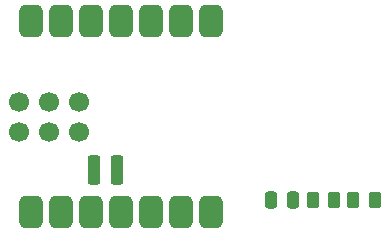
<source format=gtp>
%TF.GenerationSoftware,KiCad,Pcbnew,9.0.6*%
%TF.CreationDate,2025-11-11T11:50:19+01:00*%
%TF.ProjectId,tankuhr,74616e6b-7568-4722-9e6b-696361645f70,rev?*%
%TF.SameCoordinates,Original*%
%TF.FileFunction,Paste,Top*%
%TF.FilePolarity,Positive*%
%FSLAX46Y46*%
G04 Gerber Fmt 4.6, Leading zero omitted, Abs format (unit mm)*
G04 Created by KiCad (PCBNEW 9.0.6) date 2025-11-11 11:50:19*
%MOMM*%
%LPD*%
G01*
G04 APERTURE LIST*
G04 Aperture macros list*
%AMRoundRect*
0 Rectangle with rounded corners*
0 $1 Rounding radius*
0 $2 $3 $4 $5 $6 $7 $8 $9 X,Y pos of 4 corners*
0 Add a 4 corners polygon primitive as box body*
4,1,4,$2,$3,$4,$5,$6,$7,$8,$9,$2,$3,0*
0 Add four circle primitives for the rounded corners*
1,1,$1+$1,$2,$3*
1,1,$1+$1,$4,$5*
1,1,$1+$1,$6,$7*
1,1,$1+$1,$8,$9*
0 Add four rect primitives between the rounded corners*
20,1,$1+$1,$2,$3,$4,$5,0*
20,1,$1+$1,$4,$5,$6,$7,0*
20,1,$1+$1,$6,$7,$8,$9,0*
20,1,$1+$1,$8,$9,$2,$3,0*%
G04 Aperture macros list end*
%ADD10RoundRect,0.250000X-0.262500X-0.450000X0.262500X-0.450000X0.262500X0.450000X-0.262500X0.450000X0*%
%ADD11RoundRect,0.250000X0.262500X0.450000X-0.262500X0.450000X-0.262500X-0.450000X0.262500X-0.450000X0*%
%ADD12RoundRect,0.250000X0.250000X0.475000X-0.250000X0.475000X-0.250000X-0.475000X0.250000X-0.475000X0*%
%ADD13RoundRect,0.500000X0.500000X-0.875000X0.500000X0.875000X-0.500000X0.875000X-0.500000X-0.875000X0*%
%ADD14RoundRect,0.275000X-0.275000X0.975000X-0.275000X-0.975000X0.275000X-0.975000X0.275000X0.975000X0*%
%ADD15C,1.700000*%
G04 APERTURE END LIST*
D10*
%TO.C,R1*%
X61675000Y-67000000D03*
X63500000Y-67000000D03*
%TD*%
D11*
%TO.C,R2*%
X60087500Y-66950000D03*
X58262500Y-66950000D03*
%TD*%
D12*
%TO.C,C1*%
X56587500Y-66950000D03*
X54687500Y-66950000D03*
%TD*%
D13*
%TO.C,U2*%
X34420000Y-68000000D03*
X36960000Y-68000000D03*
X39500000Y-68000000D03*
X42040000Y-68000000D03*
X44580000Y-68000000D03*
X47120000Y-68000000D03*
X49660000Y-68000000D03*
X49660000Y-51835000D03*
X47120000Y-51835000D03*
X44580000Y-51835000D03*
X42040000Y-51835000D03*
X39500000Y-51835000D03*
X36960000Y-51835000D03*
X34420000Y-51835000D03*
D14*
X41658000Y-64390000D03*
X39753000Y-64390000D03*
D15*
X33408000Y-61215000D03*
X33408000Y-58675000D03*
X35948000Y-61215000D03*
X35948000Y-58675000D03*
X38488000Y-61215000D03*
X38488000Y-58675000D03*
%TD*%
M02*

</source>
